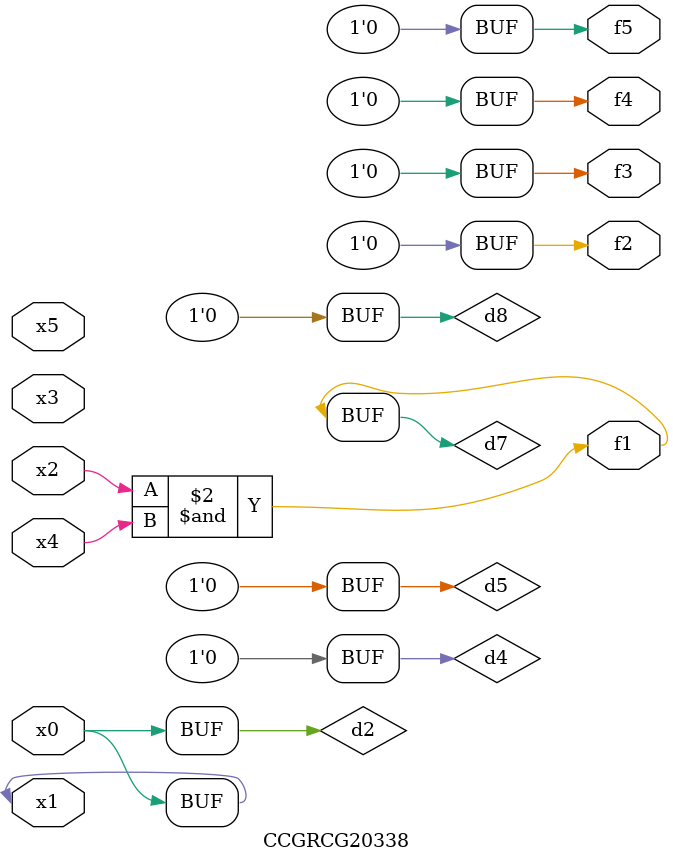
<source format=v>
module CCGRCG20338(
	input x0, x1, x2, x3, x4, x5,
	output f1, f2, f3, f4, f5
);

	wire d1, d2, d3, d4, d5, d6, d7, d8, d9;

	nand (d1, x1);
	buf (d2, x0, x1);
	nand (d3, x2, x4);
	and (d4, d1, d2);
	and (d5, d1, d2);
	nand (d6, d1, d3);
	not (d7, d3);
	xor (d8, d5);
	nor (d9, d5, d6);
	assign f1 = d7;
	assign f2 = d8;
	assign f3 = d8;
	assign f4 = d8;
	assign f5 = d8;
endmodule

</source>
